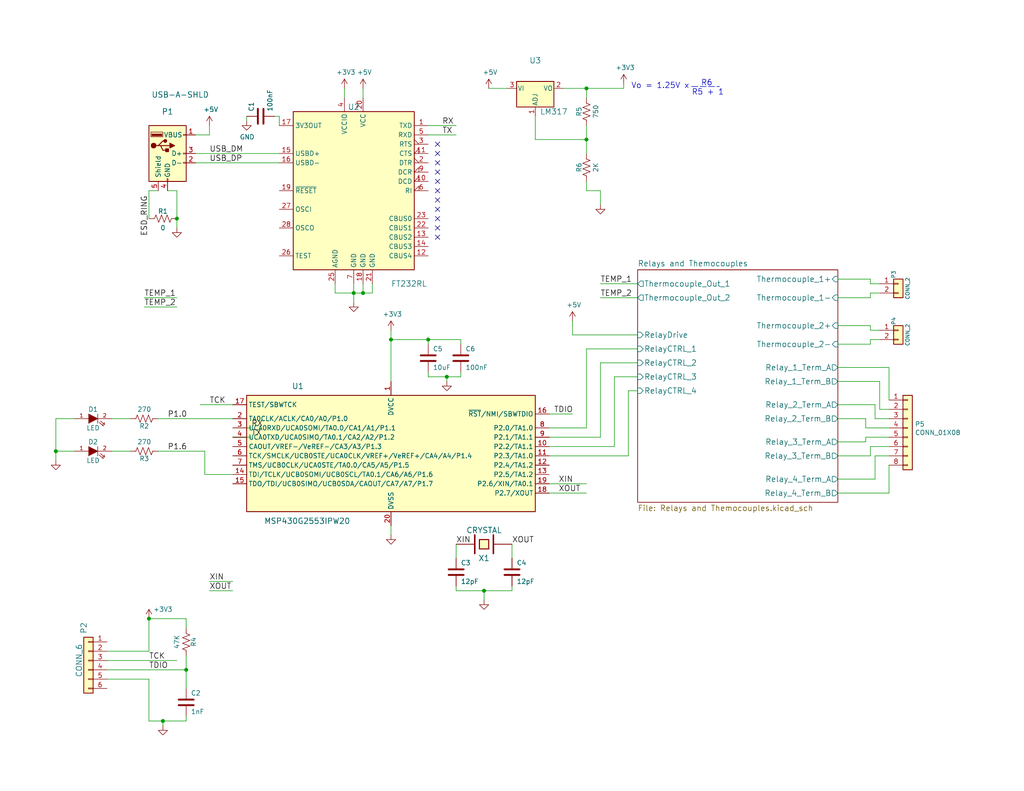
<source format=kicad_sch>
(kicad_sch (version 20211123) (generator eeschema)
  (paper "USLetter")
  (title_block (date "3 mar 2013"))
  (lib_symbols
    (symbol "Connector:USB_A" (pin_names (offset 1.016))
      (property "Reference" "J" (at -5.08 11.43 0))
      (property "Value" "USB_A" (at -5.08 8.89 0))
      (symbol "USB_A_0_1"
        (rectangle (start -5.08 -7.62) (end 5.08 7.62) (stroke (width 0.254)) (fill (type background)))
        (circle (center -3.81 2.159) (radius 0.635) (stroke (width 0.254)) (fill (type outline)))
        (rectangle (start -1.524 4.826) (end -4.318 5.334) (fill (type outline)))
        (rectangle (start -1.27 4.572) (end -4.572 5.842))
        (circle (center -0.635 3.429) (radius 0.381) (stroke (width 0.254)) (fill (type outline)))
        (rectangle (start -0.127 -7.62) (end 0.127 -6.858))
        (polyline (pts (xy -3.175 2.159) (xy -2.54 2.159) (xy -1.27 3.429) (xy -0.635 3.429)) (stroke (width 0.254)))
        (polyline (pts (xy -2.54 2.159) (xy -1.905 2.159) (xy -1.27 0.889) (xy 0 0.889)) (stroke (width 0.254)))
        (polyline (pts (xy 0.635 2.794) (xy 0.635 1.524) (xy 1.905 2.159) (xy 0.635 2.794)) (stroke (width 0.254)) (fill (type outline)))
        (rectangle (start 0.254 1.27) (end -0.508 0.508) (stroke (width 0.254)) (fill (type outline)))
        (rectangle (start 5.08 -2.667) (end 4.318 -2.413))
        (rectangle (start 5.08 -0.127) (end 4.318 0.127))
        (rectangle (start 5.08 4.953) (end 4.318 5.207))
      )
      (symbol "USB_A_1_1"
        (polyline (pts (xy -1.905 2.159) (xy 0.635 2.159)) (stroke (width 0.254)))
        (pin power_in line (at 7.62 5.08 180) (length 2.54) (name "VBUS") (number "1"))
        (pin bidirectional line (at 7.62 -2.54 180) (length 2.54) (name "D-") (number "2"))
        (pin bidirectional line (at 7.62 0 180) (length 2.54) (name "D+") (number "3"))
        (pin power_in line (at 0 -10.16 90) (length 2.54) (name "GND") (number "4"))
        (pin passive line (at -2.54 -10.16 90) (length 2.54) (name "Shield") (number "5"))
      )
    )
    (symbol "Connector_Generic:Conn_01x02" (pin_names (offset 1.016) hide)
      (property "Reference" "J" (at 0 2.54 0))
      (property "Value" "Conn_01x02" (at 0 -5.08 0))
      (symbol "Conn_01x02_1_1"
        (rectangle (start -1.27 -2.413) (end 0 -2.667) (stroke (width 0.1524)))
        (rectangle (start -1.27 0.127) (end 0 -0.127) (stroke (width 0.1524)))
        (rectangle (start -1.27 1.27) (end 1.27 -3.81) (stroke (width 0.254)) (fill (type background)))
        (pin passive line (at -5.08 0 0) (length 3.81) (name "Pin_1") (number "1"))
        (pin passive line (at -5.08 -2.54 0) (length 3.81) (name "Pin_2") (number "2"))
      )
    )
    (symbol "Connector_Generic:Conn_01x06" (pin_names (offset 1.016) hide)
      (property "Reference" "J" (at 0 7.62 0))
      (property "Value" "Conn_01x06" (at 0 -10.16 0))
      (symbol "Conn_01x06_1_1"
        (rectangle (start -1.27 -7.493) (end 0 -7.747) (stroke (width 0.1524)))
        (rectangle (start -1.27 -4.953) (end 0 -5.207) (stroke (width 0.1524)))
        (rectangle (start -1.27 -2.413) (end 0 -2.667) (stroke (width 0.1524)))
        (rectangle (start -1.27 0.127) (end 0 -0.127) (stroke (width 0.1524)))
        (rectangle (start -1.27 2.667) (end 0 2.413) (stroke (width 0.1524)))
        (rectangle (start -1.27 5.207) (end 0 4.953) (stroke (width 0.1524)))
        (rectangle (start -1.27 6.35) (end 1.27 -8.89) (stroke (width 0.254)) (fill (type background)))
        (pin passive line (at -5.08 5.08 0) (length 3.81) (name "Pin_1") (number "1"))
        (pin passive line (at -5.08 2.54 0) (length 3.81) (name "Pin_2") (number "2"))
        (pin passive line (at -5.08 0 0) (length 3.81) (name "Pin_3") (number "3"))
        (pin passive line (at -5.08 -2.54 0) (length 3.81) (name "Pin_4") (number "4"))
        (pin passive line (at -5.08 -5.08 0) (length 3.81) (name "Pin_5") (number "5"))
        (pin passive line (at -5.08 -7.62 0) (length 3.81) (name "Pin_6") (number "6"))
      )
    )
    (symbol "Connector_Generic:Conn_01x08" (pin_names (offset 1.016) hide)
      (property "Reference" "J" (at 0 10.16 0))
      (property "Value" "Conn_01x08" (at 0 -12.7 0))
      (symbol "Conn_01x08_1_1"
        (rectangle (start -1.27 -10.033) (end 0 -10.287) (stroke (width 0.1524)))
        (rectangle (start -1.27 -7.493) (end 0 -7.747) (stroke (width 0.1524)))
        (rectangle (start -1.27 -4.953) (end 0 -5.207) (stroke (width 0.1524)))
        (rectangle (start -1.27 -2.413) (end 0 -2.667) (stroke (width 0.1524)))
        (rectangle (start -1.27 0.127) (end 0 -0.127) (stroke (width 0.1524)))
        (rectangle (start -1.27 2.667) (end 0 2.413) (stroke (width 0.1524)))
        (rectangle (start -1.27 5.207) (end 0 4.953) (stroke (width 0.1524)))
        (rectangle (start -1.27 7.747) (end 0 7.493) (stroke (width 0.1524)))
        (rectangle (start -1.27 8.89) (end 1.27 -11.43) (stroke (width 0.254)) (fill (type background)))
        (pin passive line (at -5.08 7.62 0) (length 3.81) (name "Pin_1") (number "1"))
        (pin passive line (at -5.08 5.08 0) (length 3.81) (name "Pin_2") (number "2"))
        (pin passive line (at -5.08 2.54 0) (length 3.81) (name "Pin_3") (number "3"))
        (pin passive line (at -5.08 0 0) (length 3.81) (name "Pin_4") (number "4"))
        (pin passive line (at -5.08 -2.54 0) (length 3.81) (name "Pin_5") (number "5"))
        (pin passive line (at -5.08 -5.08 0) (length 3.81) (name "Pin_6") (number "6"))
        (pin passive line (at -5.08 -7.62 0) (length 3.81) (name "Pin_7") (number "7"))
        (pin passive line (at -5.08 -10.16 0) (length 3.81) (name "Pin_8") (number "8"))
      )
    )
    (symbol "Device:C" (pin_numbers hide) (pin_names (offset 0.254))
      (property "Reference" "C" (at 0.635 2.54 0))
      (property "Value" "C" (at 0.635 -2.54 0))
      (symbol "C_0_1"
        (polyline (pts (xy -2.032 -0.762) (xy 2.032 -0.762)) (stroke (width 0.508)))
        (polyline (pts (xy -2.032 0.762) (xy 2.032 0.762)) (stroke (width 0.508)))
      )
      (symbol "C_1_1"
        (pin passive line (at 0 3.81 270) (length 2.794) (name "~") (number "1"))
        (pin passive line (at 0 -3.81 90) (length 2.794) (name "~") (number "2"))
      )
    )
    (symbol "Device:R_US" (pin_numbers hide) (pin_names (offset 0))
      (property "Reference" "R" (at 2.54 0 90))
      (property "Value" "R_US" (at -2.54 0 90))
      (symbol "R_US_0_1"
        (polyline (pts (xy 0 -2.286) (xy 0 -2.54)))
        (polyline (pts (xy 0 2.286) (xy 0 2.54)))
        (polyline (pts (xy 0 -0.762) (xy 1.016 -1.143) (xy 0 -1.524) (xy -1.016 -1.905) (xy 0 -2.286)))
        (polyline (pts (xy 0 0.762) (xy 1.016 0.381) (xy 0 0) (xy -1.016 -0.381) (xy 0 -0.762)))
        (polyline (pts (xy 0 2.286) (xy 1.016 1.905) (xy 0 1.524) (xy -1.016 1.143) (xy 0 0.762)))
      )
      (symbol "R_US_1_1"
        (pin passive line (at 0 3.81 270) (length 1.27) (name "~") (number "1"))
        (pin passive line (at 0 -3.81 90) (length 1.27) (name "~") (number "2"))
      )
    )
    (symbol "Interface_USB:FT232RL"
      (property "Reference" "U" (at -16.51 22.86 0))
      (property "Value" "FT232RL" (at 10.16 22.86 0))
      (symbol "FT232RL_0_1"
        (rectangle (start -16.51 21.59) (end 16.51 -21.59) (stroke (width 0.254)) (fill (type background)))
      )
      (symbol "FT232RL_1_1"
        (pin output line (at 20.32 17.78 180) (length 3.81) (name "TXD") (number "1"))
        (pin input input_low (at 20.32 2.54 180) (length 3.81) (name "DCD") (number "10"))
        (pin input input_low (at 20.32 10.16 180) (length 3.81) (name "CTS") (number "11"))
        (pin bidirectional line (at 20.32 -17.78 180) (length 3.81) (name "CBUS4") (number "12"))
        (pin bidirectional line (at 20.32 -12.7 180) (length 3.81) (name "CBUS2") (number "13"))
        (pin bidirectional line (at 20.32 -15.24 180) (length 3.81) (name "CBUS3") (number "14"))
        (pin bidirectional line (at -20.32 10.16 0) (length 3.81) (name "USBD+") (number "15"))
        (pin bidirectional line (at -20.32 7.62 0) (length 3.81) (name "USBD-") (number "16"))
        (pin power_out line (at -20.32 17.78 0) (length 3.81) (name "3V3OUT") (number "17"))
        (pin power_in line (at 2.54 -25.4 90) (length 3.81) (name "GND") (number "18"))
        (pin input line (at -20.32 0 0) (length 3.81) (name "~{RESET}") (number "19"))
        (pin output output_low (at 20.32 7.62 180) (length 3.81) (name "DTR") (number "2"))
        (pin power_in line (at 2.54 25.4 270) (length 3.81) (name "VCC") (number "20"))
        (pin power_in line (at 5.08 -25.4 90) (length 3.81) (name "GND") (number "21"))
        (pin bidirectional line (at 20.32 -10.16 180) (length 3.81) (name "CBUS1") (number "22"))
        (pin bidirectional line (at 20.32 -7.62 180) (length 3.81) (name "CBUS0") (number "23"))
        (pin power_in line (at -5.08 -25.4 90) (length 3.81) (name "AGND") (number "25"))
        (pin input line (at -20.32 -17.78 0) (length 3.81) (name "TEST") (number "26"))
        (pin input line (at -20.32 -5.08 0) (length 3.81) (name "OSCI") (number "27"))
        (pin output line (at -20.32 -10.16 0) (length 3.81) (name "OSCO") (number "28"))
        (pin output output_low (at 20.32 12.7 180) (length 3.81) (name "RTS") (number "3"))
        (pin power_in line (at -2.54 25.4 270) (length 3.81) (name "VCCIO") (number "4"))
        (pin input line (at 20.32 15.24 180) (length 3.81) (name "RXD") (number "5"))
        (pin input input_low (at 20.32 0 180) (length 3.81) (name "RI") (number "6"))
        (pin power_in line (at 0 -25.4 90) (length 3.81) (name "GND") (number "7"))
        (pin input input_low (at 20.32 5.08 180) (length 3.81) (name "DCR") (number "9"))
      )
    )
    (symbol "MCU_Texas_MSP430:MSP430G2553IPW20"
      (property "Reference" "U" (at -38.1 17.78 0))
      (property "Value" "MSP430G2553IPW20" (at 31.75 -16.51 0))
      (symbol "MSP430G2553IPW20_0_1"
        (rectangle (start -39.37 16.51) (end 39.37 -15.24) (stroke (width 0.254)) (fill (type background)))
      )
      (symbol "MSP430G2553IPW20_1_1"
        (pin power_in line (at 0 20.32 270) (length 3.81) (name "DVCC") (number "1"))
        (pin bidirectional line (at -43.18 2.54 0) (length 3.81) (name "P2.2/TA1.1") (number "10"))
        (pin bidirectional line (at -43.18 0 0) (length 3.81) (name "P2.3/TA1.0") (number "11"))
        (pin bidirectional line (at -43.18 -2.54 0) (length 3.81) (name "P2.4/TA1.2") (number "12"))
        (pin bidirectional line (at -43.18 -5.08 0) (length 3.81) (name "P2.5/TA1.2") (number "13"))
        (pin bidirectional line (at 43.18 -5.08 180) (length 3.81) (name "TDI/TCLK/UCB0SOMI/UCB0SCL/TA0.1/CA6/A6/P1.6") (number "14"))
        (pin bidirectional line (at 43.18 -7.62 180) (length 3.81) (name "TDO/TDI/UCB0SIMO/UCB0SDA/CAOUT/CA7/A7/P1.7") (number "15"))
        (pin input line (at -43.18 11.43 0) (length 3.81) (name "~{RST}/NMI/SBWTDIO") (number "16"))
        (pin input line (at 43.18 13.97 180) (length 3.81) (name "TEST/SBWTCK") (number "17"))
        (pin bidirectional line (at -43.18 -10.16 0) (length 3.81) (name "P2.7/XOUT") (number "18"))
        (pin bidirectional line (at -43.18 -7.62 0) (length 3.81) (name "P2.6/XIN/TA0.1") (number "19"))
        (pin bidirectional line (at 43.18 10.16 180) (length 3.81) (name "TA0CLK/ACLK/CA0/A0/P1.0") (number "2"))
        (pin power_in line (at 0 -19.05 90) (length 3.81) (name "DVSS") (number "20"))
        (pin bidirectional line (at 43.18 7.62 180) (length 3.81) (name "UCA0RXD/UCA0SOMI/TA0.0/CA1/A1/P1.1") (number "3"))
        (pin bidirectional line (at 43.18 5.08 180) (length 3.81) (name "UCA0TXD/UCA0SIMO/TA0.1/CA2/A2/P1.2") (number "4"))
        (pin bidirectional line (at 43.18 2.54 180) (length 3.81) (name "CAOUT/VREF-/VeREF-/CA3/A3/P1.3") (number "5"))
        (pin bidirectional line (at 43.18 0 180) (length 3.81) (name "TCK/SMCLK/UCB0STE/UCA0CLK/VREF+/VeREF+/CA4/A4/P1.4") (number "6"))
        (pin bidirectional line (at 43.18 -2.54 180) (length 3.81) (name "TMS/UCB0CLK/UCA0STE/TA0.0/CA5/A5/P1.5") (number "7"))
        (pin bidirectional line (at -43.18 7.62 0) (length 3.81) (name "P2.0/TA1.0") (number "8"))
        (pin bidirectional line (at -43.18 5.08 0) (length 3.81) (name "P2.1/TA1.1") (number "9"))
      )
    )
    (symbol "Regulator_Linear:LM317_TO-220" (pin_names (offset 0.254))
      (property "Reference" "U" (at -3.81 3.175 0))
      (property "Value" "LM317_TO-220" (at 0 3.175 0))
      (symbol "LM317_TO-220_0_1"
        (rectangle (start -5.08 1.905) (end 5.08 -5.08) (stroke (width 0.254)) (fill (type background)))
      )
      (symbol "LM317_TO-220_1_1"
        (pin input line (at 0 -7.62 90) (length 2.54) (name "ADJ") (number "1"))
        (pin power_out line (at 7.62 0 180) (length 2.54) (name "VO") (number "2"))
        (pin power_in line (at -7.62 0 0) (length 2.54) (name "VI") (number "3"))
      )
    )
    (symbol "power:+3.3V" (power) (pin_names (offset 0))
      (property "Value" "+3.3V" (at 0 3.556 0))
      (symbol "+3.3V_0_1"
        (polyline (pts (xy -0.762 1.27) (xy 0 2.54)))
        (polyline (pts (xy 0 0) (xy 0 2.54)))
        (polyline (pts (xy 0 2.54) (xy 0.762 1.27)))
      )
      (symbol "+3.3V_1_1"
        (pin power_in line (at 0 0 90) (length 0) hide (name "+3V3") (number "1"))
      )
    )
    (symbol "power:+5V" (power) (pin_names (offset 0))
      (property "Value" "+5V" (at 0 3.556 0))
      (symbol "+5V_0_1"
        (polyline (pts (xy -0.762 1.27) (xy 0 2.54)))
        (polyline (pts (xy 0 0) (xy 0 2.54)))
        (polyline (pts (xy 0 2.54) (xy 0.762 1.27)))
      )
      (symbol "+5V_1_1"
        (pin power_in line (at 0 0 90) (length 0) hide (name "+5V") (number "1"))
      )
    )
    (symbol "power:GND" (power) (pin_names (offset 0))
      (property "Value" "GND" (at 0 -3.81 0))
      (symbol "GND_0_1"
        (polyline (pts (xy 0 0) (xy 0 -1.27) (xy 1.27 -1.27) (xy 0 -2.54) (xy -1.27 -1.27) (xy 0 -1.27)))
      )
      (symbol "GND_1_1"
        (pin power_in line (at 0 0 270) (length 0) hide (name "GND") (number "1"))
      )
    )
    (symbol "reflowoven-rescue:CRYSTAL" (pin_numbers hide) (pin_names (offset 1.016) hide)
      (property "Reference" "X" (at 0 3.81 0))
      (property "Value" "CRYSTAL" (at 0 -3.81 0))
      (symbol "CRYSTAL_0_1"
        (polyline (pts (xy -2.54 2.54) (xy -2.54 -2.54)) (stroke (width 0.4064)))
        (polyline (pts (xy 2.54 2.54) (xy 2.54 -2.54)) (stroke (width 0.4064)))
        (polyline (pts (xy -1.27 1.27) (xy 1.27 1.27) (xy 1.27 -1.27) (xy -1.27 -1.27) (xy -1.27 1.27)) (stroke (width 0.3048)) (fill (type background)))
      )
      (symbol "CRYSTAL_1_1"
        (pin passive line (at -7.62 0 0) (length 5.08) (name "1") (number "1"))
        (pin passive line (at 7.62 0 180) (length 5.08) (name "2") (number "2"))
      )
    )
    (symbol "reflowoven-rescue:LED" (pin_names (offset 1.016) hide)
      (property "Reference" "D" (at 0 2.54 0))
      (property "Value" "LED" (at 0 -2.54 0))
      (symbol "LED_0_1"
        (polyline (pts (xy 1.27 1.27) (xy 1.27 -1.27)))
        (polyline (pts (xy -1.27 1.27) (xy 1.27 0) (xy -1.27 -1.27)) (fill (type outline)))
        (polyline (pts (xy 1.651 -1.016) (xy 2.794 -2.032) (xy 2.667 -1.397)))
        (polyline (pts (xy 2.032 -0.635) (xy 3.175 -1.651) (xy 3.048 -1.016)))
      )
      (symbol "LED_1_1"
        (pin passive line (at -5.08 0 0) (length 3.81) (name "A") (number "1"))
        (pin passive line (at 5.08 0 180) (length 3.81) (name "K") (number "2"))
      )
    )
  )
  (junction (at 96.52 80.01))
  (junction (at 106.68 92.71))
  (junction (at 44.45 196.85))
  (junction (at 160.02 24.13))
  (junction (at 132.08 161.29))
  (junction (at 121.92 102.87))
  (junction (at 160.02 38.1))
  (junction (at 15.24 123.19))
  (junction (at 48.26 59.69))
  (junction (at 116.84 92.71))
  (junction (at 40.64 168.91))
  (junction (at 50.8 182.88))
  (junction (at 99.06 80.01))
  (no_connect (at 119.38 62.23))
  (no_connect (at 119.38 39.37))
  (no_connect (at 119.38 46.99))
  (no_connect (at 119.38 54.61))
  (no_connect (at 119.38 64.77))
  (no_connect (at 119.38 44.45))
  (no_connect (at 119.38 49.53))
  (no_connect (at 119.38 52.07))
  (no_connect (at 119.38 59.69))
  (no_connect (at 119.38 41.91))
  (no_connect (at 119.38 57.15))
  (wire (pts (xy 228.6 120.65) (xy 236.22 120.65)))
  (wire (pts (xy 99.06 77.47) (xy 99.06 80.01)))
  (wire (pts (xy 106.68 90.17) (xy 106.68 92.71)))
  (wire (pts (xy 124.46 148.59) (xy 124.46 152.4)))
  (wire (pts (xy 116.84 101.6) (xy 116.84 102.87)))
  (wire (pts (xy 163.83 99.06) (xy 163.83 119.38)))
  (wire (pts (xy 171.45 106.68) (xy 171.45 124.46)))
  (wire (pts (xy 228.6 81.28) (xy 237.49 81.28)))
  (wire (pts (xy 99.06 80.01) (xy 101.6 80.01)))
  (wire (pts (xy 30.48 123.19) (xy 35.56 123.19)))
  (wire (pts (xy 125.73 92.71) (xy 125.73 93.98)))
  (wire (pts (xy 160.02 49.53) (xy 160.02 52.07)))
  (wire (pts (xy 173.99 81.28) (xy 163.83 81.28)))
  (wire (pts (xy 45.72 52.07) (xy 48.26 52.07)))
  (wire (pts (xy 156.21 91.44) (xy 156.21 87.63)))
  (wire (pts (xy 153.67 24.13) (xy 160.02 24.13)))
  (wire (pts (xy 50.8 179.07) (xy 50.8 182.88)))
  (wire (pts (xy 170.18 24.13) (xy 170.18 22.86)))
  (wire (pts (xy 237.49 80.01) (xy 237.49 81.28)))
  (wire (pts (xy 132.08 163.83) (xy 132.08 161.29)))
  (wire (pts (xy 43.18 123.19) (xy 55.88 123.19)))
  (wire (pts (xy 163.83 77.47) (xy 173.99 77.47)))
  (wire (pts (xy 54.61 110.49) (xy 63.5 110.49)))
  (wire (pts (xy 132.08 161.29) (xy 139.7 161.29)))
  (wire (pts (xy 125.73 101.6) (xy 125.73 102.87)))
  (wire (pts (xy 237.49 77.47) (xy 237.49 76.2)))
  (wire (pts (xy 101.6 80.01) (xy 101.6 77.47)))
  (wire (pts (xy 76.2 34.29) (xy 76.2 31.75)))
  (wire (pts (xy 40.64 168.91) (xy 40.64 177.8)))
  (wire (pts (xy 228.6 134.62) (xy 242.57 134.62)))
  (wire (pts (xy 163.83 55.88) (xy 163.83 52.07)))
  (wire (pts (xy 163.83 52.07) (xy 160.02 52.07)))
  (wire (pts (xy 48.26 52.07) (xy 48.26 59.69)))
  (wire (pts (xy 40.64 59.69) (xy 40.64 52.07)))
  (wire (pts (xy 240.03 90.17) (xy 237.49 90.17)))
  (wire (pts (xy 133.35 24.13) (xy 138.43 24.13)))
  (wire (pts (xy 50.8 195.58) (xy 50.8 196.85)))
  (wire (pts (xy 238.76 114.3) (xy 242.57 114.3)))
  (wire (pts (xy 139.7 148.59) (xy 139.7 152.4)))
  (wire (pts (xy 106.68 92.71) (xy 116.84 92.71)))
  (wire (pts (xy 55.88 129.54) (xy 63.5 129.54)))
  (wire (pts (xy 40.64 196.85) (xy 44.45 196.85)))
  (wire (pts (xy 50.8 168.91) (xy 40.64 168.91)))
  (wire (pts (xy 236.22 116.84) (xy 242.57 116.84)))
  (wire (pts (xy 68.58 116.84) (xy 63.5 116.84)))
  (wire (pts (xy 228.6 124.46) (xy 237.49 124.46)))
  (wire (pts (xy 228.6 104.14) (xy 240.03 104.14)))
  (wire (pts (xy 93.98 24.13) (xy 93.98 26.67)))
  (wire (pts (xy 240.03 80.01) (xy 237.49 80.01)))
  (wire (pts (xy 43.18 114.3) (xy 63.5 114.3)))
  (wire (pts (xy 44.45 196.85) (xy 50.8 196.85)))
  (wire (pts (xy 96.52 80.01) (xy 96.52 82.55)))
  (wire (pts (xy 167.64 102.87) (xy 167.64 121.92)))
  (wire (pts (xy 116.84 102.87) (xy 121.92 102.87)))
  (wire (pts (xy 163.83 119.38) (xy 149.86 119.38)))
  (wire (pts (xy 63.5 158.75) (xy 57.15 158.75)))
  (wire (pts (xy 96.52 77.47) (xy 96.52 80.01)))
  (wire (pts (xy 237.49 124.46) (xy 237.49 121.92)))
  (polyline (pts (xy 188.722 23.622) (xy 196.342 23.622)))
  (wire (pts (xy 240.03 77.47) (xy 237.49 77.47)))
  (wire (pts (xy 228.6 76.2) (xy 237.49 76.2)))
  (wire (pts (xy 106.68 92.71) (xy 106.68 104.14)))
  (wire (pts (xy 29.21 177.8) (xy 40.64 177.8)))
  (wire (pts (xy 96.52 80.01) (xy 99.06 80.01)))
  (wire (pts (xy 173.99 106.68) (xy 171.45 106.68)))
  (wire (pts (xy 15.24 114.3) (xy 15.24 123.19)))
  (wire (pts (xy 149.86 116.84) (xy 160.02 116.84)))
  (wire (pts (xy 160.02 38.1) (xy 160.02 41.91)))
  (wire (pts (xy 67.31 31.75) (xy 67.31 33.02)))
  (wire (pts (xy 149.86 121.92) (xy 167.64 121.92)))
  (wire (pts (xy 44.45 198.12) (xy 44.45 196.85)))
  (wire (pts (xy 124.46 161.29) (xy 132.08 161.29)))
  (wire (pts (xy 173.99 99.06) (xy 163.83 99.06)))
  (wire (pts (xy 30.48 114.3) (xy 35.56 114.3)))
  (wire (pts (xy 55.88 123.19) (xy 55.88 129.54)))
  (wire (pts (xy 236.22 119.38) (xy 242.57 119.38)))
  (wire (pts (xy 240.03 111.76) (xy 242.57 111.76)))
  (wire (pts (xy 20.32 114.3) (xy 15.24 114.3)))
  (wire (pts (xy 146.05 31.75) (xy 146.05 38.1)))
  (wire (pts (xy 116.84 92.71) (xy 116.84 93.98)))
  (wire (pts (xy 228.6 130.81) (xy 238.76 130.81)))
  (wire (pts (xy 242.57 100.33) (xy 242.57 109.22)))
  (wire (pts (xy 149.86 113.03) (xy 156.21 113.03)))
  (wire (pts (xy 15.24 123.19) (xy 20.32 123.19)))
  (wire (pts (xy 121.92 104.14) (xy 121.92 102.87)))
  (wire (pts (xy 236.22 114.3) (xy 236.22 116.84)))
  (wire (pts (xy 240.03 92.71) (xy 237.49 92.71)))
  (wire (pts (xy 238.76 124.46) (xy 242.57 124.46)))
  (wire (pts (xy 91.44 80.01) (xy 96.52 80.01)))
  (wire (pts (xy 149.86 134.62) (xy 160.02 134.62)))
  (wire (pts (xy 228.6 100.33) (xy 242.57 100.33)))
  (wire (pts (xy 53.34 41.91) (xy 76.2 41.91)))
  (wire (pts (xy 99.06 24.13) (xy 99.06 26.67)))
  (wire (pts (xy 50.8 168.91) (xy 50.8 171.45)))
  (wire (pts (xy 139.7 160.02) (xy 139.7 161.29)))
  (wire (pts (xy 15.24 123.19) (xy 15.24 125.73)))
  (wire (pts (xy 116.84 36.83) (xy 124.46 36.83)))
  (wire (pts (xy 29.21 185.42) (xy 40.64 185.42)))
  (wire (pts (xy 228.6 93.98) (xy 237.49 93.98)))
  (wire (pts (xy 237.49 121.92) (xy 242.57 121.92)))
  (wire (pts (xy 53.34 44.45) (xy 76.2 44.45)))
  (wire (pts (xy 29.21 182.88) (xy 50.8 182.88)))
  (wire (pts (xy 76.2 31.75) (xy 74.93 31.75)))
  (wire (pts (xy 236.22 120.65) (xy 236.22 119.38)))
  (wire (pts (xy 124.46 160.02) (xy 124.46 161.29)))
  (wire (pts (xy 106.68 143.51) (xy 106.68 146.05)))
  (wire (pts (xy 40.64 185.42) (xy 40.64 196.85)))
  (wire (pts (xy 53.34 36.83) (xy 57.15 36.83)))
  (wire (pts (xy 228.6 110.49) (xy 238.76 110.49)))
  (wire (pts (xy 116.84 92.71) (xy 125.73 92.71)))
  (wire (pts (xy 242.57 134.62) (xy 242.57 127)))
  (wire (pts (xy 160.02 24.13) (xy 160.02 26.67)))
  (wire (pts (xy 237.49 92.71) (xy 237.49 93.98)))
  (wire (pts (xy 40.64 52.07) (xy 43.18 52.07)))
  (wire (pts (xy 63.5 161.29) (xy 57.15 161.29)))
  (wire (pts (xy 116.84 34.29) (xy 124.46 34.29)))
  (wire (pts (xy 228.6 114.3) (xy 236.22 114.3)))
  (wire (pts (xy 240.03 104.14) (xy 240.03 111.76)))
  (wire (pts (xy 171.45 124.46) (xy 149.86 124.46)))
  (wire (pts (xy 146.05 38.1) (xy 160.02 38.1)))
  (wire (pts (xy 238.76 110.49) (xy 238.76 114.3)))
  (wire (pts (xy 48.26 83.82) (xy 39.37 83.82)))
  (wire (pts (xy 149.86 132.08) (xy 160.02 132.08)))
  (wire (pts (xy 121.92 102.87) (xy 125.73 102.87)))
  (wire (pts (xy 173.99 91.44) (xy 156.21 91.44)))
  (wire (pts (xy 160.02 95.25) (xy 160.02 116.84)))
  (wire (pts (xy 48.26 81.28) (xy 39.37 81.28)))
  (wire (pts (xy 173.99 102.87) (xy 167.64 102.87)))
  (wire (pts (xy 91.44 80.01) (xy 91.44 77.47)))
  (wire (pts (xy 160.02 34.29) (xy 160.02 38.1)))
  (wire (pts (xy 57.15 36.83) (xy 57.15 34.29)))
  (wire (pts (xy 48.26 59.69) (xy 48.26 62.23)))
  (wire (pts (xy 68.58 119.38) (xy 63.5 119.38)))
  (wire (pts (xy 160.02 24.13) (xy 170.18 24.13)))
  (wire (pts (xy 50.8 182.88) (xy 50.8 187.96)))
  (wire (pts (xy 238.76 130.81) (xy 238.76 124.46)))
  (wire (pts (xy 237.49 90.17) (xy 237.49 88.9)))
  (wire (pts (xy 173.99 95.25) (xy 160.02 95.25)))
  (wire (pts (xy 228.6 88.9) (xy 237.49 88.9)))
  (wire (pts (xy 29.21 180.34) (xy 48.26 180.34)))
  (text "R6" (at 191.262 23.622 0) (effects (font (size 1.524 1.524)) (justify left bottom)))
  (text "Vo = 1.25V x " (at 172.212 24.384 0) (effects (font (size 1.524 1.524)) (justify left bottom)))
  (text "R5 + 1" (at 188.722 26.162 0) (effects (font (size 1.524 1.524)) (justify left bottom)))
  (label "XIN" (at 57.15 158.75 0) (effects (font (size 1.524 1.524))))
  (label "XOUT" (at 57.15 161.29 0) (effects (font (size 1.524 1.524))))
  (label "TEMP_2" (at 163.83 81.28 0) (effects (font (size 1.524 1.524))))
  (label "XOUT" (at 152.4 134.62 0) (effects (font (size 1.524 1.524))))
  (label "RX" (at 120.65 34.29 0) (effects (font (size 1.524 1.524))))
  (label "TX" (at 68.58 119.38 0) (effects (font (size 1.524 1.524))))
  (label "USB_DM" (at 57.15 41.91 0) (effects (font (size 1.524 1.524))))
  (label "TCK" (at 57.15 110.49 0) (effects (font (size 1.524 1.524))))
  (label "P1.6" (at 45.72 123.19 0) (effects (font (size 1.524 1.524))))
  (label "XOUT" (at 139.7 148.59 0) (effects (font (size 1.524 1.524))))
  (label "P1.0" (at 45.72 114.3 0) (effects (font (size 1.524 1.524))))
  (label "TCK" (at 40.64 180.34 0) (effects (font (size 1.524 1.524))))
  (label "RX" (at 68.58 116.84 0) (effects (font (size 1.524 1.524))))
  (label "TEMP_2" (at 39.37 83.82 0) (effects (font (size 1.524 1.524))))
  (label "TDIO" (at 151.13 113.03 0) (effects (font (size 1.524 1.524))))
  (label "TEMP_1" (at 39.37 81.28 0) (effects (font (size 1.524 1.524))))
  (label "TX" (at 120.65 36.83 0) (effects (font (size 1.524 1.524))))
  (label "XIN" (at 152.4 132.08 0) (effects (font (size 1.524 1.524))))
  (label "USB_DP" (at 57.15 44.45 0) (effects (font (size 1.524 1.524))))
  (label "XIN" (at 124.46 148.59 0) (effects (font (size 1.524 1.524))))
  (label "TEMP_1" (at 163.83 77.47 0) (effects (font (size 1.524 1.524))))
  (label "TDIO" (at 40.64 182.88 0) (effects (font (size 1.524 1.524))))
  (label "ESD_RING" (at 40.64 53.34 270) (effects (font (size 1.524 1.524))))
  (symbol (lib_id "MCU_Texas_MSP430:MSP430G2553IPW20") (at 106.68 124.46 0) (mirror y) (unit 1)
    (property "Reference" "U1" (at 81.28 105.41 0) (effects (font (size 1.524 1.524))))
    (property "Value" "MSP430G2553IPW20" (at 83.82 142.24 0) (effects (font (size 1.524 1.524))))
    (property "Footprint" "Package_SO:TSSOP-20_4.4x6.5mm_P0.65mm" (effects hide))
    (property "Datasheet" "http://www.ti.com/lit/ds/symlink/msp430g2553.pdf" (effects hide))
  )
  (symbol (lib_id "power:GND") (at 106.68 146.05 0) (unit 1)
    (property "Reference" "#PWR01" (effects hide))
    (property "Value" "GND" (effects hide))
  )
  (symbol (lib_id "Connector_Generic:Conn_01x06") (at 24.13 180.34 0) (mirror y) (unit 1)
    (property "Reference" "P2" (at 22.86 171.45 90) (effects (font (size 1.524 1.524))))
    (property "Value" "CONN_6" (at 21.59 180.34 90) (effects (font (size 1.524 1.524))))
    (property "Footprint" "Pin_Headers:Pin_Header_Straight_1x06_Pitch2.54mm" (effects hide))
  )
  (symbol (lib_id "power:GND") (at 44.45 198.12 0) (unit 1)
    (property "Reference" "#PWR02" (effects hide))
    (property "Value" "GND" (effects hide))
  )
  (symbol (lib_id "Device:R_US") (at 50.8 175.26 0) (unit 1)
    (property "Reference" "R4" (at 52.832 175.26 90))
    (property "Value" "47K" (at 48.26 175.26 90))
    (property "Footprint" "Resistors_SMD:R_0603" (effects hide))
  )
  (symbol (lib_id "Device:C") (at 50.8 191.77 0) (unit 1)
    (property "Reference" "C2" (at 52.07 189.23 0) (effects (justify left)))
    (property "Value" "1nF" (at 52.07 194.31 0) (effects (justify left)))
    (property "Footprint" "Capacitors_SMD:C_0603" (effects hide))
  )
  (symbol (lib_id "reflowoven-rescue:CRYSTAL") (at 132.08 148.59 180) (unit 1)
    (property "Reference" "X1" (at 132.08 152.4 0) (effects (font (size 1.524 1.524))))
    (property "Value" "CRYSTAL" (at 132.08 144.78 0) (effects (font (size 1.524 1.524))))
    (property "Footprint" "Crystals:Crystal_Round_d1.0mm_Vertical" (effects hide))
  )
  (symbol (lib_id "Device:C") (at 124.46 156.21 0) (unit 1)
    (property "Reference" "C3" (at 125.73 153.67 0) (effects (justify left)))
    (property "Value" "12pF" (at 125.73 158.75 0) (effects (justify left)))
    (property "Footprint" "Capacitors_SMD:C_0603" (effects hide))
  )
  (symbol (lib_id "Device:C") (at 139.7 156.21 0) (unit 1)
    (property "Reference" "C4" (at 140.97 153.67 0) (effects (justify left)))
    (property "Value" "12pF" (at 140.97 158.75 0) (effects (justify left)))
    (property "Footprint" "Capacitors_SMD:C_0603" (effects hide))
  )
  (symbol (lib_id "power:GND") (at 132.08 163.83 0) (unit 1)
    (property "Reference" "#PWR03" (effects hide))
    (property "Value" "GND" (effects hide))
  )
  (symbol (lib_id "reflowoven-rescue:LED") (at 25.4 114.3 0) (unit 1)
    (property "Reference" "D1" (at 25.4 111.76 0))
    (property "Value" "LED" (at 25.4 116.84 0))
    (property "Footprint" "LEDs:LED_D4.0mm" (effects hide))
  )
  (symbol (lib_id "reflowoven-rescue:LED") (at 25.4 123.19 0) (unit 1)
    (property "Reference" "D2" (at 25.4 120.65 0))
    (property "Value" "LED" (at 25.4 125.73 0))
    (property "Footprint" "LEDs:LED_D4.0mm" (effects hide))
  )
  (symbol (lib_id "Device:R_US") (at 39.37 114.3 270) (unit 1)
    (property "Reference" "R2" (at 39.37 116.332 90))
    (property "Value" "270" (at 39.37 111.76 90))
    (property "Footprint" "Resistors_SMD:R_0603" (effects hide))
  )
  (symbol (lib_id "Device:R_US") (at 39.37 123.19 270) (unit 1)
    (property "Reference" "R3" (at 39.37 125.222 90))
    (property "Value" "270" (at 39.37 120.65 90))
    (property "Footprint" "Resistors_SMD:R_0603" (effects hide))
  )
  (symbol (lib_id "power:GND") (at 15.24 125.73 0) (unit 1)
    (property "Reference" "#PWR04" (effects hide))
    (property "Value" "GND" (effects hide))
  )
  (symbol (lib_id "Device:C") (at 125.73 97.79 0) (unit 1)
    (property "Reference" "C6" (at 127 95.25 0) (effects (justify left)))
    (property "Value" "100nF" (at 127 100.33 0) (effects (justify left)))
    (property "Footprint" "Capacitors_SMD:C_0603" (effects hide))
  )
  (symbol (lib_id "power:GND") (at 121.92 104.14 0) (unit 1)
    (property "Reference" "#PWR05" (effects hide))
    (property "Value" "GND" (effects hide))
  )
  (symbol (lib_id "Device:C") (at 116.84 97.79 0) (unit 1)
    (property "Reference" "C5" (at 118.11 95.25 0) (effects (justify left)))
    (property "Value" "10uF" (at 118.11 100.33 0) (effects (justify left)))
    (property "Footprint" "Capacitors_SMD:C_0805" (effects hide))
  )
  (symbol (lib_id "Connector_Generic:Conn_01x08") (at 247.65 116.84 0) (unit 1)
    (property "Reference" "P5" (at 249.6312 115.7986 0) (effects (justify left)))
    (property "Value" "CONN_01X08" (at 249.6312 118.11 0) (effects (justify left)))
    (property "Footprint" "svolpe-custom-mod:1935226" (effects hide))
  )
  (symbol (lib_id "Connector_Generic:Conn_01x02") (at 245.11 90.17 0) (unit 1)
    (property "Reference" "P4" (at 243.84 87.63 90) (effects (font (size 1.016 1.016))))
    (property "Value" "CONN_2" (at 247.65 91.44 90) (effects (font (size 1.016 1.016))))
    (property "Footprint" "svolpe-custom-mod:1751248" (effects hide))
  )
  (symbol (lib_id "Connector_Generic:Conn_01x02") (at 245.11 77.47 0) (unit 1)
    (property "Reference" "P3" (at 243.84 74.93 90) (effects (font (size 1.016 1.016))))
    (property "Value" "CONN_2" (at 247.65 78.74 90) (effects (font (size 1.016 1.016))))
    (property "Footprint" "svolpe-custom-mod:1751248" (effects hide))
  )
  (symbol (lib_id "power:GND") (at 48.26 62.23 0) (unit 1)
    (property "Reference" "#PWR06" (effects hide))
    (property "Value" "GND" (effects hide))
  )
  (symbol (lib_id "Device:R_US") (at 44.45 59.69 90) (unit 1)
    (property "Reference" "R1" (at 44.45 57.658 90))
    (property "Value" "0" (at 44.45 62.23 90))
    (property "Footprint" "Resistors_SMD:R_1206" (effects hide))
  )
  (symbol (lib_id "Connector:USB_A") (at 45.72 41.91 0) (unit 1)
    (property "Reference" "P1" (at 45.72 30.48 0) (effects (font (size 1.524 1.524))))
    (property "Value" "USB-A-SHLD" (at 49.1744 25.8572 0) (effects (font (size 1.524 1.524))))
    (property "Footprint" "Connectors:USB_B" (effects hide))
    (property "Datasheet" " ~" (effects hide))
  )
  (symbol (lib_id "Interface_USB:FT232RL") (at 96.52 52.07 0) (unit 1)
    (property "Reference" "U2" (at 96.52 29.21 0) (effects (font (size 1.524 1.524))))
    (property "Value" "FT232RL" (at 106.68 77.47 0) (effects (font (size 1.524 1.524)) (justify left)))
    (property "Footprint" "Package_SO:SSOP-28_5.3x10.2mm_P0.65mm" (effects hide))
    (property "Datasheet" "https://www.ftdichip.com/Support/Documents/DataSheets/ICs/DS_FT232R.pdf" (effects hide))
  )
  (symbol (lib_id "power:GND") (at 96.52 82.55 0) (unit 1)
    (property "Reference" "#PWR07" (effects hide))
    (property "Value" "GND" (effects hide))
  )
  (symbol (lib_id "power:GND") (at 163.83 55.88 0) (unit 1)
    (property "Reference" "#PWR08" (effects hide))
    (property "Value" "GND" (effects hide))
  )
  (symbol (lib_id "Regulator_Linear:LM317_TO-220") (at 146.05 24.13 0) (unit 1)
    (property "Reference" "U3" (at 146.05 16.51 0) (effects (font (size 1.524 1.524))))
    (property "Value" "LM317" (at 147.32 30.48 0) (effects (font (size 1.524 1.524)) (justify left)))
    (property "Footprint" "Package_TO_SOT_THT:TO-220-3_Vertical" (effects hide))
    (property "Datasheet" "http://www.ti.com/lit/ds/symlink/lm317.pdf" (effects hide))
  )
  (symbol (lib_id "Device:R_US") (at 160.02 30.48 180) (unit 1)
    (property "Reference" "R5" (at 157.988 30.48 90))
    (property "Value" "750" (at 162.56 30.48 90))
    (property "Footprint" "Resistors_SMD:R_0603" (effects hide))
  )
  (symbol (lib_id "Device:R_US") (at 160.02 45.72 180) (unit 1)
    (property "Reference" "R6" (at 157.988 45.72 90))
    (property "Value" "2K" (at 162.56 45.72 90))
    (property "Footprint" "Resistors_SMD:R_0603" (effects hide))
  )
  (symbol (lib_id "power:+5V") (at 57.15 34.29 0) (unit 1)
    (property "Reference" "#PWR09" (effects hide))
    (property "Value" "+5V" (at 57.531 29.8958 0))
  )
  (symbol (lib_id "power:+5V") (at 156.21 87.63 0) (unit 1)
    (property "Reference" "#PWR010" (effects hide))
    (property "Value" "+5V" (at 156.591 83.2358 0))
  )
  (symbol (lib_id "power:+3.3V") (at 93.98 24.13 0) (unit 1)
    (property "Reference" "#PWR012" (effects hide))
    (property "Value" "+3.3V" (at 94.361 19.7358 0))
  )
  (symbol (lib_id "power:+3.3V") (at 170.18 22.86 0) (unit 1)
    (property "Reference" "#PWR013" (effects hide))
    (property "Value" "+3.3V" (at 170.561 18.4658 0))
  )
  (symbol (lib_id "power:+3.3V") (at 40.64 168.91 0) (unit 1)
    (property "Reference" "#PWR014" (effects hide))
    (property "Value" "+3.3V" (at 44.45 166.37 0))
  )
  (symbol (lib_id "power:+3.3V") (at 106.68 90.17 0) (unit 1)
    (property "Reference" "#PWR015" (effects hide))
    (property "Value" "+3.3V" (at 107.061 85.7758 0))
  )
  (symbol (lib_id "power:GND") (at 67.31 33.02 0) (unit 1)
    (property "Reference" "#PWR0103" (effects hide))
    (property "Value" "GND" (at 67.437 37.4142 0))
  )
  (symbol (lib_id "Device:C") (at 71.12 31.75 90) (unit 1)
    (property "Reference" "C1" (at 68.58 30.48 0) (effects (justify left)))
    (property "Value" "100nF" (at 73.66 30.48 0) (effects (justify left)))
    (property "Footprint" "Capacitors_SMD:C_0603" (effects hide))
  )
  (symbol (lib_id "power:+5V") (at 133.35 24.13 0) (unit 1)
    (property "Reference" "#PWR0101" (effects hide))
    (property "Value" "+5V" (at 133.731 19.7358 0))
  )
  (symbol (lib_id "power:+5V") (at 99.06 24.13 0) (unit 1)
    (property "Reference" "#PWR0102" (effects hide))
    (property "Value" "+5V" (at 99.441 19.7358 0))
  )
  (sheet (at 173.99 73.66) (size 54.61 63.5)
    (property "Sheet name" "Relays and Themocouples" (at 173.99 72.8214 0) (effects (font (size 1.524 1.524)) (justify left bottom)))
    (property "Sheet file" "Relays and Themocouples.kicad_sch" (at 173.99 137.8462 0) (effects (font (size 1.524 1.524)) (justify left top)))
    (pin "Thermocouple_1+" input (at 228.6 76.2 0) (effects (font (size 1.524 1.524))))
    (pin "Thermocouple_1-" input (at 228.6 81.28 0) (effects (font (size 1.524 1.524))))
    (pin "Thermocouple_2+" input (at 228.6 88.9 0) (effects (font (size 1.524 1.524))))
    (pin "Thermocouple_2-" input (at 228.6 93.98 0) (effects (font (size 1.524 1.524))))
    (pin "RelayDrive" input (at 173.99 91.44 180) (effects (font (size 1.524 1.524))))
    (pin "RelayCTRL_1" input (at 173.99 95.25 180) (effects (font (size 1.524 1.524))))
    (pin "RelayCTRL_2" input (at 173.99 99.06 180) (effects (font (size 1.524 1.524))))
    (pin "RelayCTRL_3" input (at 173.99 102.87 180) (effects (font (size 1.524 1.524))))
    (pin "RelayCTRL_4" input (at 173.99 106.68 180) (effects (font (size 1.524 1.524))))
    (pin "Relay_1_Term_A" output (at 228.6 100.33 0) (effects (font (size 1.524 1.524))))
    (pin "Relay_1_Term_B" output (at 228.6 104.14 0) (effects (font (size 1.524 1.524))))
    (pin "Relay_2_Term_A" output (at 228.6 110.49 0) (effects (font (size 1.524 1.524))))
    (pin "Relay_3_Term_A" output (at 228.6 120.65 0) (effects (font (size 1.524 1.524))))
    (pin "Relay_3_Term_B" output (at 228.6 124.46 0) (effects (font (size 1.524 1.524))))
    (pin "Relay_4_Term_A" output (at 228.6 130.81 0) (effects (font (size 1.524 1.524))))
    (pin "Relay_4_Term_B" output (at 228.6 134.62 0) (effects (font (size 1.524 1.524))))
    (pin "Thermocouple_Out_1" output (at 173.99 77.47 180) (effects (font (size 1.524 1.524))))
    (pin "Relay_2_Term_B" output (at 228.6 114.3 0) (effects (font (size 1.524 1.524))))
    (pin "Thermocouple_Out_2" output (at 173.99 81.28 180) (effects (font (size 1.524 1.524))))
  )
)
</source>
